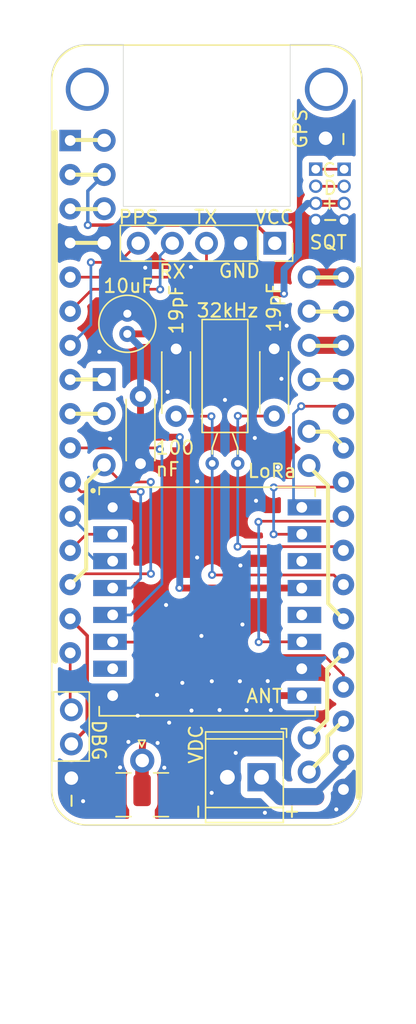
<source format=kicad_pcb>
(kicad_pcb (version 20240108) (generator "pcbnew") (generator_version "8.0")
  (layers (0 "F.Cu" signal) (31 "B.Cu" signal) (34 "B.Paste" user) (35 "F.Paste" user) (36 "B.SilkS" user "B.Silkscreen") (37 "F.SilkS" user "F.Silkscreen") (38 "B.Mask" user) (39 "F.Mask" user) (44 "Edge.Cuts" user))
  (net 0 "")
  (net 1 "GND")
  (net 2 "Net-(A1-D5)")
  (net 3 "Net-(A1-D6)")
  (net 4 "/GPS_RX")
  (net 5 "+3.3V")
  (net 6 "/GPS_PPS")
  (net 7 "/GPS_TX")
  (net 8 "/EN")
  (net 9 "VS")
  (net 10 "/RX")
  (net 11 "+BATT")
  (net 12 "/LORA_SCK")
  (net 13 "/LORA_MOSI")
  (net 14 "/QON")
  (net 15 "/SCL")
  (net 16 "/LORA_MISO")
  (net 17 "/LORA_DIO1")
  (net 18 "/LORA_CS")
  (net 19 "/SDA")
  (net 20 "/RST")
  (net 21 "/SCL1")
  (net 22 "/LORA_RST")
  (net 23 "VDC")
  (net 24 "/LORA_DIO3")
  (net 25 "Net-(AE1-A)")
  (net 26 "+3.3VP")
  (net 27 "/TXD0")
  (net 28 "/RXD0")
  (net 32 "/LORA_BUSY")
  (net 33 "/SDA1")
  (net 34 "/D11")
  (net 35 "/A4")
  (net 36 "/D7")
  (net 37 "/A3")
  (net 38 "/D13")
  (footprint "Crystal:Crystal_C38-LF_D3.0mm_L8.0mm_Horizontal" (layer "F.Cu") (at 133.43 100.66 180)
    (property "Reference" "Y1" (hide yes))
    (property "Value" "32.768 kHz" (hide yes))
    (property "Silkscreen" "32kHz" (at 0.76 11.37 0) (layer "F.SilkS"))
    (fp_line (start 2.65 10.7) (end 2.65 2.3) (stroke (width 0.12)) (layer "F.SilkS"))
    (fp_line (start 2.65 2.3) (end -0.75 2.3) (stroke (width 0.12)) (layer "F.SilkS"))
    (fp_line (start 1.9 1.15) (end 1.9 0.7) (stroke (width 0.12)) (layer "F.SilkS"))
    (fp_line (start 1.495 2.3) (end 1.9 1.15) (stroke (width 0.12)) (layer "F.SilkS"))
    (fp_line (start 0.405 2.3) (end 0 1.15) (stroke (width 0.12)) (layer "F.SilkS"))
    (fp_line (start 0 1.15) (end 0 0.7) (stroke (width 0.12)) (layer "F.SilkS"))
    (fp_line (start -0.75 10.7) (end 2.65 10.7) (stroke (width 0.12)) (layer "F.SilkS"))
    (fp_line (start -0.75 2.3) (end -0.75 10.7) (stroke (width 0.12)) (layer "F.SilkS"))
    (pad "1" thru_hole circle (at 0 0 180) (size 1 1) (drill 0.5) (layers "*.Cu" "*.Mask") (net 3 "Net-(A1-D6)"))
    (pad "2" thru_hole circle (at 1.9 0 180) (size 1 1) (drill 0.5) (layers "*.Cu" "*.Mask") (net 2 "Net-(A1-D5)"))
  )
  (footprint "Connector_PinHeader_2.54mm:PinHeader_1x02_P2.54mm_Vertical" (layer "F.Cu") (at 138.73 98.28)
    (property "Reference" "J5" (hide yes))
    (property "Value" "Conn_01x02" (hide yes))
    (pad "1" thru_hole circle (at 0 0) (size 1.7 1.7) (drill 1) (layers "*.Cu" "*.Mask") (net 34 "/D11"))
    (pad "2" thru_hole oval (at 0 2.54) (size 1.7 1.7) (drill 1) (layers "*.Cu" "*.Mask") (net 15 "/SCL"))
  )
  (footprint "Connector_PinHeader_2.54mm:PinHeader_1x02_P2.54mm_Vertical" (layer "F.Cu") (at 138.74 121.07)
    (property "Reference" "J4" (hide yes))
    (property "Value" "Conn_01x02" (hide yes))
    (pad "1" thru_hole circle (at 0 0) (size 1.7 1.7) (drill 1) (layers "*.Cu" "*.Mask") (net 19 "/SDA"))
    (pad "2" thru_hole oval (at 0 2.54) (size 1.7 1.7) (drill 1) (layers "*.Cu" "*.Mask") (net 36 "/D7"))
  )
  (footprint "Capacitor_THT:C_Disc_D4.3mm_W1.9mm_P5.00mm" (layer "F.Cu") (at 126.2 95.68 -90)
    (property "Reference" "C3" (hide yes))
    (property "Value" "100 nF" (hide yes))
    (property "Silkscreen" "100\nnF" (at 4.62 -1.04 0) (layer "F.SilkS") (effects (justify left)))
    (fp_line (start 0.23 1.07) (end 4.77 1.07) (stroke (width 0.12)) (layer "F.SilkS"))
    (fp_line (start 0.23 1.055) (end 0.23 1.07) (stroke (width 0.12)) (layer "F.SilkS"))
    (fp_line (start 4.77 1.055) (end 4.77 1.07) (stroke (width 0.12)) (layer "F.SilkS"))
    (fp_line (start 0.23 -1.07) (end 0.23 -1.055) (stroke (width 0.12)) (layer "F.SilkS"))
    (fp_line (start 0.23 -1.07) (end 4.77 -1.07) (stroke (width 0.12)) (layer "F.SilkS"))
    (fp_line (start 4.77 -1.07) (end 4.77 -1.055) (stroke (width 0.12)) (layer "F.SilkS"))
    (pad "1" thru_hole circle (at 0 0 270) (size 1.6 1.6) (drill 0.8) (layers "*.Cu" "*.Mask") (net 26 "+3.3VP"))
    (pad "2" thru_hole circle (at 5 0 270) (size 1.6 1.6) (drill 0.8) (layers "*.Cu" "*.Mask") (net 1 "GND"))
  )
  (footprint "Connector_PinHeader_2.54mm:PinHeader_1x03_P2.54mm_Vertical" (layer "F.Cu") (at 123.5 94.42)
    (property "Reference" "J8" (hide yes))
    (property "Value" "Conn_01x03" (hide yes))
    (pad "1" thru_hole rect (at 0 0) (size 1.7 1.7) (drill 1) (layers "*.Cu" "*.Mask") (net 37 "/A3"))
    (pad "2" thru_hole oval (at 0 2.54) (size 1.7 1.7) (drill 1) (layers "*.Cu" "*.Mask") (net 35 "/A4"))
    (pad "3" thru_hole oval (at 0 6.35) (size 1.7 1.7) (drill 1) (layers "*.Cu" "*.Mask") (net 10 "/RX"))
  )
  (footprint "Connector_PinHeader_2.54mm:PinHeader_1x04_P2.54mm_Vertical" (layer "F.Cu") (at 138.74 86.8)
    (property "Reference" "J6" (hide yes))
    (property "Value" "Conn_01x04" (hide yes))
    (pad "1" thru_hole circle (at 0 0) (size 1.7 1.7) (drill 1) (layers "*.Cu" "*.Mask") (net 11 "+BATT"))
    (pad "2" thru_hole oval (at 0 2.54) (size 1.7 1.7) (drill 1) (layers "*.Cu" "*.Mask") (net 8 "/EN"))
    (pad "3" thru_hole oval (at 0 5.08) (size 1.7 1.7) (drill 1) (layers "*.Cu" "*.Mask") (net 9 "VS"))
    (pad "4" thru_hole oval (at 0 7.62) (size 1.7 1.7) (drill 1) (layers "*.Cu" "*.Mask") (net 38 "/D13"))
  )
  (footprint "Capacitor_THT:C_Disc_D4.3mm_W1.9mm_P5.00mm" (layer "F.Cu") (at 136.14 97.14 90)
    (property "Reference" "C1" (hide yes))
    (property "Value" "19 pF" (hide yes))
    (property "Silkscreen" "19pF" (at 8.07 -0.02 90) (layer "F.SilkS"))
    (fp_line (start 4.77 -1.07) (end 4.77 -1.055) (stroke (width 0.12)) (layer "F.SilkS"))
    (fp_line (start 0.23 -1.07) (end 4.77 -1.07) (stroke (width 0.12)) (layer "F.SilkS"))
    (fp_line (start 0.23 -1.07) (end 0.23 -1.055) (stroke (width 0.12)) (layer "F.SilkS"))
    (fp_line (start 4.77 1.055) (end 4.77 1.07) (stroke (width 0.12)) (layer "F.SilkS"))
    (fp_line (start 0.23 1.055) (end 0.23 1.07) (stroke (width 0.12)) (layer "F.SilkS"))
    (fp_line (start 0.23 1.07) (end 4.77 1.07) (stroke (width 0.12)) (layer "F.SilkS"))
    (pad "1" thru_hole circle (at 0 0 90) (size 1.6 1.6) (drill 0.8) (layers "*.Cu" "*.Mask") (net 3 "Net-(A1-D6)"))
    (pad "2" thru_hole circle (at 5 0 90) (size 1.6 1.6) (drill 0.8) (layers "*.Cu" "*.Mask") (net 1 "GND"))
  )
  (footprint "PowerFeather_LoRa_GPS:Lora126x" (layer "F.Cu") (at 131.16 110.93)
    (property "Reference" "U2" (hide yes))
    (property "Value" "Lora126x" (hide yes))
    (property "Silkscreen" "LoRa" (at 4.83 -9.71 0) (layer "F.SilkS"))
    (fp_line (start -8.03125 -8.5) (end 8.03125 -8.5) (stroke (width 0.127)) (layer "F.SilkS"))
    (fp_line (start -8.03125 -7.955) (end -8.03125 -8.5) (stroke (width 0.127)) (layer "F.SilkS"))
    (fp_line (start -8.03125 8.5) (end -8.03125 7.82) (stroke (width 0.127)) (layer "F.SilkS"))
    (fp_line (start 8.03125 -8.5) (end 8.03125 -7.82) (stroke (width 0.127)) (layer "F.SilkS"))
    (fp_line (start 8.03125 8.5) (end -8.03125 8.5) (stroke (width 0.127)) (layer "F.SilkS"))
    (fp_line (start 8.03125 8.5) (end 8.03125 7.82) (stroke (width 0.127)) (layer "F.SilkS"))
    (fp_circle (center -8.49 -8.24) (end -8.39 -8.24) (stroke (width 0.2)) (fill none) (layer "F.SilkS"))
    (pad "1" thru_hole custom (at -7.03 -7) (size 2.5 1.2) (drill 0.75 (offset -0.2 0)) (layers "*.Cu" "*.Mask" "F.Paste") (net 1 "GND") (options (clearance outline) (anchor rect)) (primitives (gr_poly (pts (xy 1.4941 -0.635) (xy 1.4941 0.635) (xy -0.0417 0.635) (xy -0.0417 0.5) (xy -0.7679 0.5) (xy -0.7679 -0.5) (xy -0.0417 -0.5) (xy -0.0417 -0.635)) (width 0.01) (fill yes))))
    (pad "2" thru_hole rect (at -7.03 -5) (size 2.5 1.2) (drill 0.8 (offset -0.2 0)) (layers "*.Cu" "*.Mask" "F.Paste") (net 16 "/LORA_MISO"))
    (pad "3" thru_hole rect (at -7.03 -3) (size 2.5 1.2) (drill 0.8 (offset -0.2 0)) (layers "*.Cu" "*.Mask" "F.Paste") (net 13 "/LORA_MOSI"))
    (pad "4" thru_hole rect (at -7.03 -1) (size 2.5 1.2) (drill 0.8 (offset -0.2 0)) (layers "*.Cu" "*.Mask" "F.Paste") (net 12 "/LORA_SCK"))
    (pad "5" thru_hole rect (at -7.03 1) (size 2.5 1.2) (drill 0.8 (offset -0.2 0)) (layers "*.Cu" "*.Mask" "F.Paste") (net 18 "/LORA_CS"))
    (pad "6" thru_hole rect (at -7.03 3) (size 2.5 1.2) (drill 0.8 (offset -0.2 0)) (layers "*.Cu" "*.Mask" "F.Paste") (net 22 "/LORA_RST"))
    (pad "7" thru_hole rect (at -7.03 5) (size 2.5 1.2) (drill 0.8 (offset -0.2 0)) (layers "*.Cu" "*.Mask" "F.Paste"))
    (pad "8" thru_hole rect (at -7.03 7) (size 2.5 1.2) (drill 0.8 (offset -0.2 0)) (layers "*.Cu" "*.Mask" "F.Paste") (net 1 "GND"))
    (pad "9" thru_hole rect (at 7.03 7) (size 2.5 1.2) (drill 0.8 (offset 0.2 0)) (layers "*.Cu" "*.Mask" "F.Paste") (net 25 "Net-(AE1-A)"))
    (pad "10" thru_hole rect (at 7.03 5) (size 2.5 1.2) (drill 0.8 (offset 0.2 0)) (layers "*.Cu" "*.Mask" "F.Paste") (net 1 "GND"))
    (pad "11" thru_hole rect (at 7.03 3) (size 2.5 1.2) (drill 0.8 (offset 0.2 0)) (layers "*.Cu" "*.Mask" "F.Paste") (net 24 "/LORA_DIO3"))
    (pad "12" thru_hole rect (at 7.03 1) (size 2.5 1.2) (drill 0.8 (offset 0.2 0)) (layers "*.Cu" "*.Mask" "F.Paste"))
    (pad "13" thru_hole rect (at 7.03 -1) (size 2.5 1.2) (drill 0.8 (offset 0.2 0)) (layers "*.Cu" "*.Mask" "F.Paste") (net 26 "+3.3VP"))
    (pad "14" thru_hole rect (at 7.03 -3) (size 2.5 1.2) (drill 0.8 (offset 0.2 0)) (layers "*.Cu" "*.Mask" "F.Paste"))
    (pad "15" thru_hole rect (at 7.03 -5) (size 2.5 1.2) (drill 0.8 (offset 0.2 0)) (layers "*.Cu" "*.Mask" "F.Paste") (net 17 "/LORA_DIO1"))
    (pad "16" thru_hole rect (at 7.03 -7) (size 2.5 1.2) (drill 0.8 (offset 0.2 0)) (layers "*.Cu" "*.Mask" "F.Paste") (net 32 "/LORA_BUSY"))
  )
  (footprint "Capacitor_THT:C_Radial_D4.0mm_H5.0mm_P1.50mm" (layer "F.Cu") (at 125.22 91.03 90)
    (property "Reference" "C4" (hide yes))
    (property "Value" "10 uF" (hide yes))
    (property "Silkscreen" "10uF" (at 3.57 0.06 0) (layer "F.SilkS"))
    (fp_circle (center 0.75 0) (end 2.87 0) (stroke (width 0.12)) (fill none) (layer "F.SilkS"))
    (pad "1" thru_hole circle (at 0 0 90) (size 1.2 1.2) (drill 0.6) (layers "*.Cu" "*.Mask") (net 26 "+3.3VP"))
    (pad "2" thru_hole circle (at 1.5 0 90) (size 1.2 1.2) (drill 0.6) (layers "*.Cu" "*.Mask") (net 1 "GND"))
  )
  (footprint "PowerFeather_LoRa_GPS:SMA_Edge" (layer "F.Cu") (at 126.33 125.3875 -90)
    (property "Reference" "AE1" (hide yes))
    (property "Value" "Antenna" (hide yes))
    (fp_line (start -1.71 1.95) (end -1.71 0.84) (stroke (width 0.12)) (layer "F.SilkS"))
    (fp_line (start 1.54 1.95) (end 1.54 0.84) (stroke (width 0.12)) (layer "F.SilkS"))
    (fp_line (start -4.14 0.285) (end -3.64 0.035) (stroke (width 0.12)) (layer "F.SilkS"))
    (fp_line (start -3.64 0.035) (end -4.14 -0.215) (stroke (width 0.12)) (layer "F.SilkS"))
    (fp_line (start -4.14 -0.215) (end -4.14 0.285) (stroke (width 0.12)) (layer "F.SilkS"))
    (fp_line (start -1.71 -0.84) (end -1.71 -1.95) (stroke (width 0.12)) (layer "F.SilkS"))
    (fp_line (start 1.54 -0.84) (end 1.54 -1.95) (stroke (width 0.12)) (layer "F.SilkS"))
    (pad "1" thru_hole circle (at -2.63 0 270) (size 1.8 1.8) (drill 1) (layers "*.Cu" "*.Mask") (net 25 "Net-(AE1-A)"))
    (pad "1" smd rect (at -1.4 0.02 180) (size 1 1) (layers "F.Cu" "F.Paste" "F.Mask") (net 25 "Net-(AE1-A)"))
    (pad "1" smd roundrect (at -0.42 0.0125) (size 1.295 2.36) (layers "F.Cu" "F.Mask") (roundrect_rratio 0.1968503937) (net 25 "Net-(AE1-A)"))
    (pad "2" smd roundrect (at -0.25 -2.825) (size 1.35 3.7) (layers "F.Cu" "F.Mask") (roundrect_rratio 0.1851851852) (net 1 "GND"))
    (pad "2" smd roundrect (at -0.25 -2.825) (size 1.35 3.7) (layers "B.Cu" "B.Mask") (roundrect_rratio 0.1851851852) (net 1 "GND"))
    (pad "2" smd roundrect (at -0.25 2.825) (size 1.35 3.7) (layers "F.Cu" "F.Mask") (roundrect_rratio 0.1851851852) (net 1 "GND"))
    (pad "2" smd roundrect (at -0.25 2.825) (size 1.35 3.7) (layers "B.Cu" "B.Mask") (roundrect_rratio 0.1851851852) (net 1 "GND"))
    (pad "2" smd rect (at 0.1 -1.89 180) (size 1.44 2.2) (layers "F.Cu" "F.Paste" "F.Mask") (net 1 "GND"))
    (pad "2" smd rect (at 0.1 1.87 180) (size 1.36 2.2) (layers "F.Cu" "F.Paste" "F.Mask") (net 1 "GND"))
    (zone (net 0) (net_name "") (layer "F.Cu") (connect_pads (clearance 0)) (min_thickness 0.25)
      (keepout (tracks not_allowed) (vias not_allowed) (pads not_allowed) (copperpour not_allowed) (footprints allowed))
      (fill (thermal_gap 0.5) (thermal_bridge_width 0.5))
      (polygon (pts (xy 127.26 126.2375) (xy 125.36 126.2375) (xy 125.36 127.5475) (xy 127.26 127.5575)))
    )
  )
  (footprint "Capacitor_THT:C_Disc_D4.3mm_W1.9mm_P5.00mm" (layer "F.Cu") (at 128.85 97.15 90)
    (property "Reference" "C2" (hide yes))
    (property "Value" "19 pF" (hide yes))
    (property "Silkscreen" "19pF" (at 7.93 0.01 90) (layer "F.SilkS"))
    (fp_line (start 4.77 -1.07) (end 4.77 -1.055) (stroke (width 0.12)) (layer "F.SilkS"))
    (fp_line (start 0.23 -1.07) (end 4.77 -1.07) (stroke (width 0.12)) (layer "F.SilkS"))
    (fp_line (start 0.23 -1.07) (end 0.23 -1.055) (stroke (width 0.12)) (layer "F.SilkS"))
    (fp_line (start 4.77 1.055) (end 4.77 1.07) (stroke (width 0.12)) (layer "F.SilkS"))
    (fp_line (start 0.23 1.055) (end 0.23 1.07) (stroke (width 0.12)) (layer "F.SilkS"))
    (fp_line (start 0.23 1.07) (end 4.77 1.07) (stroke (width 0.12)) (layer "F.SilkS"))
    (pad "1" thru_hole circle (at 0 0 90) (size 1.6 1.6) (drill 0.8) (layers "*.Cu" "*.Mask") (net 2 "Net-(A1-D5)"))
    (pad "2" thru_hole circle (at 5 0 90) (size 1.6 1.6) (drill 0.8) (layers "*.Cu" "*.Mask") (net 1 "GND"))
  )
  (footprint "Connector_PinHeader_1.27mm:PinHeader_1x04_P1.27mm_Vertical" (layer "F.Cu") (at 141.34 78.785)
    (property "Reference" "J7" (hide yes))
    (property "Value" "Conn_01x04" (hide yes))
    (property "Silkscreen" "SQT" (at 0.3 5.44 0) (layer "F.SilkS") (effects (justify right)))
    (property "A" "+" (at -1.01 2.55 -90) (layer "F.SilkS"))
    (property "B" "-" (at -1.03 3.7 0) (layer "F.SilkS"))
    (property "C" "C" (at -1.12 0.08 0) (layer "F.SilkS"))
    (property "D" "D" (at -1.03 1.39 0) (layer "F.SilkS"))
    (pad "1" thru_hole rect (at 0 0) (size 1 1) (drill 0.65) (layers "*.Cu" "*.Mask") (net 21 "/SCL1"))
    (pad "2" thru_hole oval (at 0 1.27) (size 1 1) (drill 0.65) (layers "*.Cu" "*.Mask") (net 33 "/SDA1"))
    (pad "3" thru_hole oval (at 0 2.54) (size 1 1) (drill 0.65) (layers "*.Cu" "*.Mask") (net 26 "+3.3VP"))
    (pad "4" thru_hole oval (at 0 3.81) (size 1 1) (drill 0.65) (layers "*.Cu" "*.Mask") (net 1 "GND"))
  )
  (footprint "Connector_PinHeader_2.54mm:PinHeader_1x01_P2.54mm_Vertical" (layer "F.Cu") (at 139.96 76.48)
    (property "Reference" "J10" (hide yes))
    (property "Value" "Conn_01x01" (hide yes))
    (pad "1" thru_hole circle (at 0 0) (size 1.7 1.7) (drill 1) (layers "*.Cu" "*.Mask") (net 1 "GND"))
  )
  (footprint "Connector_PinHeader_1.27mm:PinHeader_1x04_P1.27mm_Vertical" (layer "F.Cu") (at 139.23 78.78)
    (property "Reference" "J3" (hide yes))
    (property "Value" "Conn_01x04" (hide yes))
    (pad "1" thru_hole rect (at 0 0) (size 1 1) (drill 0.65) (layers "*.Cu" "*.Mask") (net 21 "/SCL1"))
    (pad "2" thru_hole oval (at 0 1.27) (size 1 1) (drill 0.65) (layers "*.Cu" "*.Mask") (net 33 "/SDA1"))
    (pad "3" thru_hole oval (at 0 2.54) (size 1 1) (drill 0.65) (layers "*.Cu" "*.Mask") (net 26 "+3.3VP"))
    (pad "4" thru_hole oval (at 0 3.81) (size 1 1) (drill 0.65) (layers "*.Cu" "*.Mask") (net 1 "GND"))
  )
  (footprint "Connector_PinHeader_2.54mm:PinHeader_1x04_P2.54mm_Vertical" (layer "F.Cu") (at 123.5 76.64)
    (property "Reference" "J11" (hide yes))
    (property "Value" "Conn_01x04" (hide yes))
    (pad "1" thru_hole circle (at 0 0) (size 1.7 1.7) (drill 1) (layers "*.Cu" "*.Mask") (net 20 "/RST"))
    (pad "2" thru_hole oval (at 0 2.54) (size 1.7 1.7) (drill 1) (layers "*.Cu" "*.Mask") (net 5 "+3.3V"))
    (pad "3" thru_hole oval (at 0 5.08) (size 1.7 1.7) (drill 1) (layers "*.Cu" "*.Mask") (net 14 "/QON"))
    (pad "4" thru_hole oval (at 0 7.62) (size 1.7 1.7) (drill 1) (layers "*.Cu" "*.Mask") (net 1 "GND"))
  )
  (footprint "TerminalBlock_TE-Connectivity:TerminalBlock_TE_282834-2_1x02_P2.54mm_Horizontal" (layer "F.Cu") (at 135.2 124 180)
    (property "Reference" "J2" (hide yes))
    (property "Value" "Conn_01x02" (hide yes))
    (property "Silkscreen" "VDC" (at 4.87 2.45 90) (layer "F.SilkS"))
    (property "Sign1" "+" (at -2.26 -2.49 0) (layer "F.SilkS"))
    (property "Sign2" "-" (at 4.78 -2.56 90) (layer "F.SilkS"))
    (fp_line (start 4.16 -3.37) (end 4.16 3.37) (stroke (width 0.12)) (layer "F.SilkS"))
    (fp_line (start -1.62 3.37) (end 4.16 3.37) (stroke (width 0.12)) (layer "F.SilkS"))
    (fp_line (start -1.62 2.85) (end 4.16 2.85) (stroke (width 0.12)) (layer "F.SilkS"))
    (fp_line (start -1.62 -2.25) (end 4.16 -2.25) (stroke (width 0.12)) (layer "F.SilkS"))
    (fp_line (start -1.62 -3.37) (end 4.16 -3.37) (stroke (width 0.12)) (layer "F.SilkS"))
    (fp_line (start -1.62 -3.37) (end -1.62 3.37) (stroke (width 0.12)) (layer "F.SilkS"))
    (fp_line (start -1.86 3.61) (end -1.46 3.61) (stroke (width 0.12)) (layer "F.SilkS"))
    (fp_line (start -1.86 2.97) (end -1.86 3.61) (stroke (width 0.12)) (layer "F.SilkS"))
    (pad "1" thru_hole rect (at 0 0 180) (size 2.1 2.1) (drill 1.1) (layers "*.Cu" "*.Mask") (net 23 "VDC"))
    (pad "2" thru_hole circle (at 2.54 0 180) (size 2.1 2.1) (drill 1.1) (layers "*.Cu" "*.Mask") (net 1 "GND"))
  )
  (footprint "Connector_PinHeader_2.54mm:PinHeader_1x03_P2.54mm_Vertical" (layer "F.Cu") (at 121.06 124.065 180)
    (property "Reference" "J9" (hide yes))
    (property "Value" "Conn_01x03" (hide yes))
    (fp_line (start 1.33 1.27) (end 1.33 6.41) (stroke (width 0.12)) (layer "F.SilkS"))
    (fp_line (start -1.33 6.41) (end 1.33 6.41) (stroke (width 0.12)) (layer "F.SilkS"))
    (fp_line (start -1.33 1.27) (end 1.33 1.27) (stroke (width 0.12)) (layer "F.SilkS"))
    (fp_line (start -1.33 1.27) (end -1.33 6.41) (stroke (width 0.12)) (layer "F.SilkS"))
    (pad "1" thru_hole rect (at 0 0 180) (size 1.7 1.7) (drill 1) (layers "*.Cu" "*.Mask") (net 1 "GND"))
    (pad "2" thru_hole oval (at 0 2.54 180) (size 1.7 1.7) (drill 1) (layers "*.Cu" "*.Mask") (net 28 "/RXD0"))
    (pad "3" thru_hole oval (at 0 5.08 180) (size 1.7 1.7) (drill 1) (layers "*.Cu" "*.Mask") (net 27 "/TXD0"))
  )
  (footprint "PowerFeather_KiCAD_Lib:PowerFeather_Mainboard" (layer "F.Cu") (at 120.97 76.65)
    (property "Reference" "A1" (hide yes))
    (property "Value" "PowerFeather_Wing1")
    (fp_line (start -1.38 -4.445) (end -1.38 48.260002) (stroke (width 0.12)) (layer "F.SilkS"))
    (fp_line (start 19.05 -7.095) (end 1.27 -7.095) (stroke (width 0.12)) (layer "F.SilkS"))
    (fp_line (start 19.05 50.910002) (end 1.27 50.910002) (stroke (width 0.12)) (layer "F.SilkS"))
    (fp_line (start 21.7 -4.445) (end 21.7 48.260002) (stroke (width 0.12)) (layer "F.SilkS"))
    (fp_arc (start -1.38 -4.445) (mid -0.603832 -6.318832) (end 1.27 -7.095) (stroke (width 0.12)) (layer "F.SilkS"))
    (fp_arc (start 1.27 50.910002) (mid -0.603834 50.133836) (end -1.38 48.260002) (stroke (width 0.12)) (layer "F.SilkS"))
    (fp_arc (start 19.05 -7.095) (mid 20.923833 -6.318833) (end 21.7 -4.445) (stroke (width 0.12)) (layer "F.SilkS"))
    (fp_arc (start 19.05 -7.095) (mid 20.923833 -6.318833) (end 21.7 -4.445) (stroke (width 0.12)) (layer "F.SilkS"))
    (fp_arc (start 21.7 48.260002) (mid 20.923832 50.133834) (end 19.05 50.910002) (stroke (width 0.12)) (layer "F.SilkS"))
    (pad "" np_thru_hole circle (at 1.27 -3.81 270) (size 3.2 3.2) (drill 2.5) (layers "*.Cu" "*.Mask"))
    (pad "" np_thru_hole circle (at 19.05 -3.81 270) (size 3.2 3.2) (drill 2.5) (layers "*.Cu" "*.Mask"))
    (pad "1" thru_hole rect (at 0 0 180) (size 1.6 1.6) (drill 0.8) (layers "*.Cu" "*.Mask") (net 20 "/RST"))
    (pad "2" thru_hole circle (at 0 2.54 180) (size 1.6 1.6) (drill 0.8) (layers "*.Cu" "*.Mask") (net 5 "+3.3V"))
    (pad "3" thru_hole circle (at 0 5.08 180) (size 1.6 1.6) (drill 0.8) (layers "*.Cu" "*.Mask") (net 14 "/QON"))
    (pad "4" thru_hole circle (at 0 7.62 180) (size 1.6 1.6) (drill 0.8) (layers "*.Cu" "*.Mask") (net 1 "GND"))
    (pad "5" thru_hole circle (at 0 10.16 180) (size 1.6 1.6) (drill 0.8) (layers "*.Cu" "*.Mask") (net 7 "/GPS_TX"))
    (pad "6" thru_hole circle (at 0 12.7 180) (size 1.6 1.6) (drill 0.8) (layers "*.Cu" "*.Mask") (net 4 "/GPS_RX"))
    (pad "7" thru_hole circle (at 0 15.24 180) (size 1.6 1.6) (drill 0.8) (layers "*.Cu" "*.Mask") (net 6 "/GPS_PPS"))
    (pad "8" thru_hole circle (at 0 17.78 180) (size 1.6 1.6) (drill 0.8) (layers "*.Cu" "*.Mask") (net 37 "/A3"))
    (pad "9" thru_hole circle (at 0 20.32 180) (size 1.6 1.6) (drill 0.8) (layers "*.Cu" "*.Mask") (net 35 "/A4"))
    (pad "10" thru_hole circle (at 0 22.86 180) (size 1.6 1.6) (drill 0.8) (layers "*.Cu" "*.Mask") (net 18 "/LORA_CS"))
    (pad "11" thru_hole circle (at 0 25.4 180) (size 1.6 1.6) (drill 0.8) (layers "*.Cu" "*.Mask") (net 12 "/LORA_SCK"))
    (pad "12" thru_hole circle (at 0 27.94 180) (size 1.6 1.6) (drill 0.8) (layers "*.Cu" "*.Mask") (net 13 "/LORA_MOSI"))
    (pad "13" thru_hole circle (at 0 30.48 180) (size 1.6 1.6) (drill 0.8) (layers "*.Cu" "*.Mask") (net 16 "/LORA_MISO"))
    (pad "14" thru_hole circle (at 0 33.02 180) (size 1.6 1.6) (drill 0.8) (layers "*.Cu" "*.Mask") (net 10 "/RX"))
    (pad "15" thru_hole circle (at 0 35.56 180) (size 1.6 1.6) (drill 0.8) (layers "*.Cu" "*.Mask") (net 28 "/RXD0"))
    (pad "16" thru_hole circle (at 0 38.1 180) (size 1.6 1.6) (drill 0.8) (layers "*.Cu" "*.Mask") (net 27 "/TXD0"))
    (pad "17" thru_hole circle (at 20.32 38.1 180) (size 1.6 1.6) (drill 0.8) (layers "*.Cu" "*.Mask") (net 19 "/SDA"))
    (pad "18" thru_hole circle (at 20.32 35.56 180) (size 1.6 1.6) (drill 0.8) (layers "*.Cu" "*.Mask") (net 15 "/SCL"))
    (pad "19" thru_hole circle (at 20.32 33.02 180) (size 1.6 1.6) (drill 0.8) (layers "*.Cu" "*.Mask") (net 2 "Net-(A1-D5)"))
    (pad "20" thru_hole circle (at 20.32 30.48 180) (size 1.6 1.6) (drill 0.8) (layers "*.Cu" "*.Mask") (net 3 "Net-(A1-D6)"))
    (pad "21" thru_hole circle (at 20.32 27.94 180) (size 1.6 1.6) (drill 0.8) (layers "*.Cu" "*.Mask") (net 24 "/LORA_DIO3"))
    (pad "22" thru_hole circle (at 20.32 25.4 180) (size 1.6 1.6) (drill 0.8) (layers "*.Cu" "*.Mask") (net 17 "/LORA_DIO1"))
    (pad "23" thru_hole circle (at 20.32 22.86 180) (size 1.6 1.6) (drill 0.8) (layers "*.Cu" "*.Mask") (net 34 "/D11"))
    (pad "24" thru_hole circle (at 20.32 20.32 180) (size 1.6 1.6) (drill 0.8) (layers "*.Cu" "*.Mask") (net 32 "/LORA_BUSY"))
    (pad "25" thru_hole circle (at 20.32 17.78 180) (size 1.6 1.6) (drill 0.8) (layers "*.Cu" "*.Mask") (net 38 "/D13"))
    (pad "26" thru_hole circle (at 20.32 15.24 180) (size 1.6 1.6) (drill 0.8) (layers "*.Cu" "*.Mask") (net 9 "VS"))
    (pad "27" thru_hole circle (at 20.32 12.7 180) (size 1.6 1.6) (drill 0.8) (layers "*.Cu" "*.Mask") (net 8 "/EN"))
    (pad "28" thru_hole circle (at 20.32 10.16 180) (size 1.6 1.6) (drill 0.8) (layers "*.Cu" "*.Mask") (net 11 "+BATT"))
    (pad "29" thru_hole circle (at 20.32 48.26 180) (size 1.6 1.6) (drill 0.8) (layers "*.Cu" "*.Mask") (net 1 "GND"))
    (pad "30" thru_hole circle (at 20.32 45.72 180) (size 1.6 1.6) (drill 0.8) (layers "*.Cu" "*.Mask") (net 23 "VDC"))
    (pad "31" thru_hole circle (at 20.32 43.18 180) (size 1.6 1.6) (drill 0.8) (layers "*.Cu" "*.Mask") (net 36 "/D7"))
    (pad "32" thru_hole circle (at 20.32 40.64 180) (size 1.6 1.6) (drill 0.8) (layers "*.Cu" "*.Mask") (net 22 "/LORA_RST"))
  )
  (footprint "Connector_PinHeader_2.54mm:PinHeader_1x05_P2.54mm_Vertical" (layer "B.Cu") (at 136.187 84.29 90)
    (property "Reference" "J1" (hide yes))
    (property "Value" "Conn_01x05" (hide yes))
    (property "Text" "GPS" (at 8.52 1.903 90) (layer "F.SilkS"))
    (property "A" "VCC" (at 1.94 -0.037 0) (layer "F.SilkS"))
    (property "B" "GND" (at -2.06 -2.637 0) (layer "F.SilkS"))
    (property "C" "TX" (at 1.95 -5.137 0) (layer "F.SilkS"))
    (property "D" "RX" (at -2.11 -7.617 0) (layer "F.SilkS"))
    (property "E" "PPS" (at 1.94 -10.137 0) (layer "F.SilkS"))
    (fp_line (start 1.33 -11.49) (end -1.33 -11.49) (stroke (width 0.12)) (layer "F.SilkS"))
    (fp_line (start 1.33 -11.49) (end 1.33 -1.27) (stroke (width 0.12)) (layer "F.SilkS"))
    (fp_line (start -1.33 -11.49) (end -1.33 -1.27) (stroke (width 0.12)) (layer "F.SilkS"))
    (fp_line (start 1.33 -1.27) (end -1.33 -1.27) (stroke (width 0.12)) (layer "F.SilkS"))
    (fp_line (start 0 1.33) (end -1.33 1.33) (stroke (width 0.12)) (layer "F.SilkS"))
    (fp_line (start -1.33 1.33) (end -1.33 0) (stroke (width 0.12)) (layer "F.SilkS"))
    (pad "1" thru_hole rect (at 0 0 90) (size 1.7 1.7) (drill 1) (layers "*.Cu" "*.Mask") (net 5 "+3.3V"))
    (pad "2" thru_hole oval (at 0 -2.54 90) (size 1.7 1.7) (drill 1) (layers "*.Cu" "*.Mask") (net 1 "GND"))
    (pad "3" thru_hole oval (at 0 -5.08 90) (size 1.7 1.7) (drill 1) (layers "*.Cu" "*.Mask") (net 7 "/GPS_TX"))
    (pad "4" thru_hole oval (at 0 -7.62 90) (size 1.7 1.7) (drill 1) (layers "*.Cu" "*.Mask") (net 4 "/GPS_RX"))
    (pad "5" thru_hole oval (at 0 -10.16 90) (size 1.7 1.7) (drill 1) (layers "*.Cu" "*.Mask") (net 6 "/GPS_PPS"))
  )
  (gr_line (start 138.72 86.83) (end 141.18 86.83) (stroke (width 0.3)) (layer "F.SilkS"))
  (gr_line (start 122.16 102.12) (end 123.49 100.76) (stroke (width 0.3)) (layer "F.SilkS"))
  (gr_line (start 119.85 76.03) (end 119.85 115.37) (stroke (width 0.4)) (layer "F.SilkS"))
  (gr_line (start 138.76 100.92) (end 140.14 102.31) (stroke (width 0.3)) (layer "F.SilkS"))
  (gr_line (start 138.77 94.45) (end 141.23 94.45) (stroke (width 0.3)) (layer "F.SilkS"))
  (gr_line (start 138.78 91.92) (end 141.24 91.92) (stroke (width 0.3)) (layer "F.SilkS"))
  (gr_line (start 140.22 98.3) (end 141.06 99.14) (stroke (width 0.3)) (layer "F.SilkS"))
  (gr_line (start 142.41 86.2) (end 142.42 125.48) (stroke (width 0.4)) (layer "F.SilkS"))
  (gr_line (start 120.98 94.42) (end 123.44 94.42) (stroke (width 0.3)) (layer "F.SilkS"))
  (gr_line (start 138.8 98.3) (end 140.22 98.3) (stroke (width 0.3)) (layer "F.SilkS"))
  (gr_line (start 140.12 122.17) (end 138.98 123.35) (stroke (width 0.3)) (layer "F.SilkS"))
  (gr_line (start 122.16 108.53) (end 122.16 102.12) (stroke (width 0.3)) (layer "F.SilkS"))
  (gr_line (start 140.08 115.98) (end 140.08 119.74) (stroke (width 0.3)) (layer "F.SilkS"))
  (gr_line (start 140.14 102.31) (end 140.16 111.08) (stroke (width 0.3)) (layer "F.SilkS"))
  (gr_line (start 141.22 114.845) (end 140.08 115.975) (stroke (width 0.3)) (layer "F.SilkS"))
  (gr_line (start 121 96.97) (end 123.46 96.97) (stroke (width 0.3)) (layer "F.SilkS"))
  (gr_line (start 120.98 84.26) (end 123.44 84.26) (stroke (width 0.3)) (layer "F.SilkS"))
  (gr_line (start 138.81 89.37) (end 141.27 89.37) (stroke (width 0.3)) (layer "F.SilkS"))
  (gr_line (start 121.04 109.64) (end 122.16 108.53) (stroke (width 0.3)) (layer "F.SilkS"))
  (gr_line (start 141.23 119.82) (end 140.11 120.96) (stroke (width 0.3)) (layer "F.SilkS"))
  (gr_line (start 140.08 119.74) (end 138.96 120.88) (stroke (width 0.3)) (layer "F.SilkS"))
  (gr_line (start 140.16 111.08) (end 141.1 112.06) (stroke (width 0.3)) (layer "F.SilkS"))
  (gr_line (start 121.08 79.19) (end 123.54 79.19) (stroke (width 0.3)) (layer "F.SilkS"))
  (gr_line (start 121.01 76.61) (end 123.47 76.61) (stroke (width 0.3)) (layer "F.SilkS"))
  (gr_line (start 121.08 81.75) (end 123.54 81.75) (stroke (width 0.3)) (layer "F.SilkS"))
  (gr_line (start 140.11 120.96) (end 140.11 122.15) (stroke (width 0.3)) (layer "F.SilkS"))
  (gr_line (start 119.55 72.1) (end 119.55 124.99) (stroke (width 0.05)) (layer "Edge.Cuts"))
  (gr_arc (start 142.7 124.99) (mid 141.938478 126.828478) (end 140.1 127.59) (stroke (width 0.05)) (layer "Edge.Cuts"))
  (gr_line (start 140.1 69.5) (end 137.33 69.5) (stroke (width 0.05)) (layer "Edge.Cuts"))
  (gr_arc (start 119.55 72.1) (mid 120.311522 70.261522) (end 122.15 69.5) (stroke (width 0.05)) (layer "Edge.Cuts"))
  (gr_line (start 124.92 69.5) (end 122.15 69.5) (stroke (width 0.05)) (layer "Edge.Cuts"))
  (gr_line (start 122.15 127.59) (end 140.1 127.59) (stroke (width 0.05)) (layer "Edge.Cuts"))
  (gr_arc (start 140.1 69.5) (mid 141.938478 70.261522) (end 142.7 72.1) (stroke (width 0.05)) (layer "Edge.Cuts"))
  (gr_line (start 137.33 69.5) (end 137.33 81.55) (stroke (width 0.05)) (layer "Edge.Cuts"))
  (gr_line (start 124.92 81.55) (end 124.92 69.5) (stroke (width 0.05)) (layer "Edge.Cuts"))
  (gr_arc (start 122.15 127.59) (mid 120.311522 126.828478) (end 119.55 124.99) (stroke (width 0.05)) (layer "Edge.Cuts"))
  (gr_line (start 142.7 124.99) (end 142.7 72.1) (stroke (width 0.05)) (layer "Edge.Cuts"))
  (gr_line (start 137.33 81.55) (end 124.92 81.55) (stroke (width 0.05)) (layer "Edge.Cuts"))
  (gr_text "DBG" (at 122.51 119.64 270) (layer "F.SilkS") (effects (font (size 1 1)) (justify left bottom)))
  (gr_text "-" (at 140.78 75.82 270) (layer "F.SilkS") (effects (font (size 1 1)) (justify left bottom)))
  (gr_text "ANT" (at 133.98 118.55 0) (layer "F.SilkS") (effects (font (size 1 1)) (justify left bottom)))
  (gr_text "-" (at 120.56 125.03 -90) (layer "F.SilkS") (effects (font (size 1 1)) (justify left bottom)))
  (segment (start 141.085 82.595) (end 141.09 82.6) (width 0.2) (layer "F.Cu") (net 1))
  (segment (start 138.98 82.595) (end 141.085 82.595) (width 0.2) (layer "F.Cu") (net 1))
  (via (at 129.99 119.04) (size 0.6) (drill 0.3) (layers "F.Cu" "B.Cu") (net 1))
  (via (at 130.73 113.49) (size 0.6) (drill 0.3) (layers "F.Cu" "B.Cu") (net 1))
  (via (at 136.42 100.94) (size 0.6) (drill 0.3) (layers "F.Cu" "B.Cu") (net 1))
  (via (at 136.68 94.37) (size 0.6) (drill 0.3) (layers "F.Cu" "B.Cu") (net 1))
  (via (at 132.48 95.94) (size 0.6) (drill 0.3) (layers "F.Cu" "B.Cu") (net 1))
  (via (at 134.08 119.01) (size 0.6) (drill 0.3) (layers "F.Cu" "B.Cu") (net 1))
  (via (at 140.76 126.39) (size 0.6) (drill 0.3) (layers "F.Cu" "B.Cu") (net 1))
  (via (at 121.93 125.78) (size 0.6) (drill 0.3) (layers "F.Cu" "B.Cu") (net 1))
  (via (at 129.31 116.98) (size 0.6) (drill 0.3) (layers "F.Cu" "B.Cu") (net 1))
  (via (at 128.33 119.94) (size 0.6) (drill 0.3) (layers "F.Cu" "B.Cu") (net 1))
  (via (at 128.22 95.34) (size 0.6) (drill 0.3) (layers "F.Cu" "B.Cu") (net 1))
  (via (at 123.93 98.82) (size 0.6) (drill 0.3) (layers "F.Cu" "B.Cu") (net 1))
  (via (at 133.28 122.19) (size 0.6) (drill 0.3) (layers "F.Cu" "B.Cu") (net 1))
  (via (at 130.41 107.66) (size 0.6) (drill 0.3) (layers "F.Cu" "B.Cu") (net 1))
  (via (at 123.14 92.36) (size 0.6) (drill 0.3) (layers "F.Cu" "B.Cu") (net 1))
  (via (at 131.5 116.86) (size 0.6) (drill 0.3) (layers "F.Cu" "B.Cu") (net 1))
  (via (at 134.79 103.44) (size 0.6) (drill 0.3) (layers "F.Cu" "B.Cu") (net 1))
  (via (at 128.1 111.19) (size 0.6) (drill 0.3) (layers "F.Cu" "B.Cu") (net 1))
  (via (at 135.89 119.01) (size 0.6) (drill 0.3) (layers "F.Cu" "B.Cu") (net 1))
  (via (at 133.59 116.86) (size 0.6) (drill 0.3) (layers "F.Cu" "B.Cu") (net 1))
  (via (at 127.43 117.88) (size 0.6) (drill 0.3) (layers "F.Cu" "B.Cu") (net 1))
  (via (at 135.66 116.85) (size 0.6) (drill 0.3) (layers "F.Cu" "B.Cu") (net 1))
  (via (at 127.97 123.29) (size 0.6) (drill 0.3) (layers "F.Cu" "B.Cu") (net 1))
  (via (at 125.99 119.42) (size 0.6) (drill 0.3) (layers "F.Cu" "B.Cu") (net 1))
  (via (at 131.49 125.16) (size 0.6) (drill 0.3) (layers "F.Cu" "B.Cu") (net 1))
  (via (at 126.55 86.11) (size 0.6) (drill 0.3) (layers "F.Cu" "B.Cu") (net 1))
  (via (at 132.08 119) (size 0.6) (drill 0.3) (layers "F.Cu" "B.Cu") (net 1))
  (via (at 137.07 90.42) (size 0.6) (drill 0.3) (layers "F.Cu" "B.Cu") (net 1))
  (via (at 124.68 123.27) (size 0.6) (drill 0.3) (layers "F.Cu" "B.Cu") (net 1))
  (via (at 135.45 126.64) (size 0.6) (drill 0.3) (layers "F.Cu" "B.Cu") (net 1))
  (via (at 125.3 121.37) (size 0.6) (drill 0.3) (layers "F.Cu" "B.Cu") (net 1))
  (via (at 127.47 121.45) (size 0.6) (drill 0.3) (layers "F.Cu" "B.Cu") (net 1))
  (via (at 129.95 86.05) (size 0.6) (drill 0.3) (layers "F.Cu" "B.Cu") (net 1))
  (via (at 133.63 108.25) (size 0.6) (drill 0.3) (layers "F.Cu" "B.Cu") (net 1))
  (via (at 134.7 98.77) (size 0.6) (drill 0.3) (layers "F.Cu" "B.Cu") (net 1))
  (via (at 133.78 112.64) (size 0.6) (drill 0.3) (layers "F.Cu" "B.Cu") (net 1))
  (via (at 130.41 102) (size 0.6) (drill 0.3) (layers "F.Cu" "B.Cu") (net 1))
  (segment (start 131.46 97.15) (end 128.85 97.15) (width 0.2) (layer "F.Cu") (net 2))
  (segment (start 138.12 108.96) (end 131.53 108.96) (width 0.2) (layer "F.Cu") (net 2))
  (segment (start 140.58 108.96) (end 138.12 108.96) (width 0.2) (layer "F.Cu") (net 2))
  (segment (start 141.29 109.67) (end 140.58 108.96) (width 0.2) (layer "F.Cu") (net 2))
  (segment (start 131.47 97.16) (end 131.46 97.15) (width 0.2) (layer "F.Cu") (net 2))
  (segment (start 131.53 108.96) (end 131.52 108.95) (width 0.2) (layer "F.Cu") (net 2))
  (via (at 131.52 108.95) (size 0.6) (drill 0.3) (layers "F.Cu" "B.Cu") (net 2))
  (via (at 131.47 97.16) (size 0.6) (drill 0.3) (layers "F.Cu" "B.Cu") (net 2))
  (segment (start 131.53 97.22) (end 131.47 97.16) (width 0.2) (layer "B.Cu") (net 2))
  (segment (start 131.53 100.66) (end 131.53 97.22) (width 0.2) (layer "B.Cu") (net 2))
  (segment (start 131.52 108.95) (end 131.53 108.94) (width 0.2) (layer "B.Cu") (net 2))
  (segment (start 131.53 108.94) (end 131.53 100.66) (width 0.2) (layer "B.Cu") (net 2))
  (segment (start 133.42 106.85) (end 133.42 106.73) (width 0.2) (layer "F.Cu") (net 3))
  (segment (start 141.01 106.85) (end 133.42 106.85) (width 0.2) (layer "F.Cu") (net 3))
  (segment (start 141.29 107.13) (end 141.01 106.85) (width 0.2) (layer "F.Cu") (net 3))
  (segment (start 133.42 106.73) (end 133.43 106.72) (width 0.2) (layer "F.Cu") (net 3))
  (segment (start 133.44 97.13) (end 133.45 97.14) (width 0.2) (layer "F.Cu") (net 3))
  (segment (start 133.45 97.14) (end 136.14 97.14) (width 0.2) (layer "F.Cu") (net 3))
  (via (at 133.42 106.85) (size 0.6) (drill 0.3) (layers "F.Cu" "B.Cu") (net 3))
  (via (at 133.44 97.13) (size 0.6) (drill 0.3) (layers "F.Cu" "B.Cu") (net 3))
  (segment (start 133.43 97.14) (end 133.44 97.13) (width 0.2) (layer "B.Cu") (net 3))
  (segment (start 133.43 106.84) (end 133.42 106.85) (width 0.2) (layer "B.Cu") (net 3))
  (segment (start 133.43 100.66) (end 133.43 97.14) (width 0.2) (layer "B.Cu") (net 3))
  (segment (start 133.43 100.66) (end 133.43 106.84) (width 0.2) (layer "B.Cu") (net 3))
  (segment (start 120.97 89.35) (end 122.61 87.71) (width 0.2) (layer "F.Cu") (net 4))
  (segment (start 122.61 87.71) (end 123.51 87.71) (width 0.2) (layer "F.Cu") (net 4))
  (segment (start 123.51 87.71) (end 127.65 87.71) (width 0.2) (layer "F.Cu") (net 4))
  (segment (start 127.65 87.71) (end 127.66 87.72) (width 0.2) (layer "F.Cu") (net 4))
  (via (at 127.66 87.72) (size 0.6) (drill 0.3) (layers "F.Cu" "B.Cu") (net 4))
  (segment (start 127.66 85.197) (end 128.567 84.29) (width 0.2) (layer "B.Cu") (net 4))
  (segment (start 127.66 87.72) (end 127.66 85.197) (width 0.2) (layer "B.Cu") (net 4))
  (segment (start 120.98 79.18) (end 120.97 79.19) (width 0.254) (layer "F.Cu") (net 5))
  (segment (start 134.837 82.94) (end 122.28 82.94) (width 0.254) (layer "F.Cu") (net 5))
  (segment (start 136.187 84.29) (end 134.837 82.94) (width 0.254) (layer "F.Cu") (net 5))
  (segment (start 123.5 79.18) (end 120.98 79.18) (width 0.254) (layer "F.Cu") (net 5))
  (via (at 122.28 82.94) (size 0.6) (drill 0.3) (layers "F.Cu" "B.Cu") (net 5))
  (segment (start 122.28 80.4) (end 123.5 79.18) (width 0.254) (layer "B.Cu") (net 5))
  (segment (start 122.28 82.94) (end 122.28 80.4) (width 0.254) (layer "B.Cu") (net 5))
  (segment (start 124.607 85.71) (end 126.027 84.29) (width 0.2) (layer "F.Cu") (net 6))
  (segment (start 122.51 85.71) (end 124.607 85.71) (width 0.2) (layer "F.Cu") (net 6))
  (via (at 122.51 85.71) (size 0.6) (drill 0.3) (layers "F.Cu" "B.Cu") (net 6))
  (segment (start 122.51 90.35) (end 122.51 85.71) (width 0.2) (layer "B.Cu") (net 6))
  (segment (start 120.97 91.89) (end 122.51 90.35) (width 0.2) (layer "B.Cu") (net 6))
  (segment (start 130.36 86.81) (end 120.97 86.81) (width 0.2) (layer "F.Cu") (net 7))
  (segment (start 131.107 86.063) (end 130.36 86.81) (width 0.2) (layer "F.Cu") (net 7))
  (segment (start 131.107 84.29) (end 131.107 86.063) (width 0.2) (layer "F.Cu") (net 7))
  (segment (start 141.28 89.34) (end 141.29 89.35) (width 0.2) (layer "F.Cu") (net 8))
  (segment (start 138.74 89.34) (end 141.28 89.34) (width 0.2) (layer "F.Cu") (net 8))
  (segment (start 138.74 91.88) (end 141.28 91.88) (width 1.27) (layer "F.Cu") (net 9))
  (segment (start 141.28 91.88) (end 141.29 91.89) (width 1.27) (layer "F.Cu") (net 9))
  (segment (start 126.97 108.87) (end 121.77 108.87) (width 0.2) (layer "F.Cu") (net 10))
  (segment (start 124.77 102.04) (end 126.96 102.04) (width 0.2) (layer "F.Cu") (net 10))
  (segment (start 121.77 108.87) (end 120.97 109.67) (width 0.2) (layer "F.Cu") (net 10))
  (segment (start 123.5 100.77) (end 124.77 102.04) (width 0.2) (layer "F.Cu") (net 10))
  (via (at 126.96 102.04) (size 0.6) (drill 0.3) (layers "F.Cu" "B.Cu") (net 10))
  (via (at 126.97 108.87) (size 0.6) (drill 0.3) (layers "F.Cu" "B.Cu") (net 10))
  (segment (start 126.96 108.86) (end 126.97 108.87) (width 0.2) (layer "B.Cu") (net 10))
  (segment (start 126.96 102.04) (end 126.96 108.86) (width 0.2) (layer "B.Cu") (net 10))
  (segment (start 141.28 86.8) (end 141.29 86.81) (width 1.27) (layer "F.Cu") (net 11))
  (segment (start 138.74 86.8) (end 141.28 86.8) (width 1.27) (layer "F.Cu") (net 11))
  (segment (start 121.05 102.05) (end 120.97 102.05) (width 0.2) (layer "F.Cu") (net 12))
  (segment (start 121.77 102.77) (end 121.05 102.05) (width 0.2) (layer "F.Cu") (net 12))
  (segment (start 126.21 102.77) (end 121.77 102.77) (width 0.2) (layer "F.Cu") (net 12))
  (via (at 126.21 102.77) (size 0.6) (drill 0.3) (layers "F.Cu" "B.Cu") (net 12))
  (segment (start 124.13 109.93) (end 125.5 109.93) (width 0.2) (layer "B.Cu") (net 12))
  (segment (start 125.5 109.93) (end 126.21 109.22) (width 0.2) (layer "B.Cu") (net 12))
  (segment (start 126.21 109.22) (end 126.21 102.77) (width 0.2) (layer "B.Cu") (net 12))
  (segment (start 122.88 107.93) (end 124.13 107.93) (width 0.2) (layer "B.Cu") (net 13))
  (segment (start 122.22 105.84) (end 122.22 107.27) (width 0.2) (layer "B.Cu") (net 13))
  (segment (start 122.22 107.27) (end 122.88 107.93) (width 0.2) (layer "B.Cu") (net 13))
  (segment (start 120.97 104.59) (end 122.22 105.84) (width 0.2) (layer "B.Cu") (net 13))
  (segment (start 123.49 81.73) (end 123.5 81.72) (width 0.2) (layer "F.Cu") (net 14))
  (segment (start 120.97 81.73) (end 123.49 81.73) (width 0.2) (layer "F.Cu") (net 14))
  (segment (start 140.19 111.11) (end 141.29 112.21) (width 0.2) (layer "B.Cu") (net 15))
  (segment (start 140.19 102.28) (end 140.19 111.11) (width 0.2) (layer "B.Cu") (net 15))
  (segment (start 138.73 100.82) (end 140.19 102.28) (width 0.2) (layer "B.Cu") (net 15))
  (segment (start 122.17 105.93) (end 120.97 107.13) (width 0.2) (layer "F.Cu") (net 16))
  (segment (start 124.13 105.93) (end 122.17 105.93) (width 0.2) (layer "F.Cu") (net 16))
  (segment (start 138.19 105.93) (end 136.1 105.93) (width 0.2) (layer "F.Cu") (net 17))
  (segment (start 136.11 102.45) (end 136.14 102.42) (width 0.2) (layer "F.Cu") (net 17))
  (segment (start 140.92 102.42) (end 141.29 102.05) (width 0.2) (layer "F.Cu") (net 17))
  (segment (start 136.14 102.42) (end 140.92 102.42) (width 0.2) (layer "F.Cu") (net 17))
  (via (at 136.11 102.45) (size 0.6) (drill 0.3) (layers "F.Cu" "B.Cu") (net 17))
  (via (at 136.1 105.93) (size 0.6) (drill 0.3) (layers "F.Cu" "B.Cu") (net 17))
  (segment (start 136.1 105.93) (end 136.1 102.46) (width 0.2) (layer "B.Cu") (net 17))
  (segment (start 136.1 102.46) (end 136.11 102.45) (width 0.2) (layer "B.Cu") (net 17))
  (segment (start 127.64 99.61) (end 127.54 99.51) (width 0.2) (layer "F.Cu") (net 18))
  (segment (start 127.54 99.51) (end 120.97 99.51) (width 0.2) (layer "F.Cu") (net 18))
  (via (at 127.64 99.61) (size 0.6) (drill 0.3) (layers "F.Cu" "B.Cu") (net 18))
  (segment (start 124.13 111.93) (end 125.48 111.93) (width 0.2) (layer "B.Cu") (net 18))
  (segment (start 125.48 111.93) (end 127.79 109.62) (width 0.2) (layer "B.Cu") (net 18))
  (segment (start 127.79 109.62) (end 127.79 99.76) (width 0.2) (layer "B.Cu") (net 18))
  (segment (start 127.79 99.76) (end 127.64 99.61) (width 0.2) (layer "B.Cu") (net 18))
  (segment (start 141.29 114.75) (end 140.05 115.99) (width 0.2) (layer "B.Cu") (net 19))
  (segment (start 140.05 115.99) (end 140.05 119.76) (width 0.2) (layer "B.Cu") (net 19))
  (segment (start 140.05 119.76) (end 138.74 121.07) (width 0.2) (layer "B.Cu") (net 19))
  (segment (start 120.97 76.65) (end 123.49 76.65) (width 0.2) (layer "F.Cu") (net 20))
  (segment (start 123.49 76.65) (end 123.5 76.64) (width 0.2) (layer "F.Cu") (net 20))
  (segment (start 141.085 78.785) (end 141.09 78.79) (width 0.2) (layer "F.Cu") (net 21))
  (segment (start 138.98 78.785) (end 141.085 78.785) (width 0.2) (layer "F.Cu") (net 21))
  (segment (start 128.85 113.95) (end 124.15 113.95) (width 0.2) (layer "F.Cu") (net 22))
  (segment (start 124.15 113.95) (end 124.13 113.93) (width 0.2) (layer "F.Cu") (net 22))
  (segment (start 141.29 116.38) (end 139.86 114.95) (width 0.2) (layer "F.Cu") (net 22))
  (segment (start 129.85 114.95) (end 128.85 113.95) (width 0.2) (layer "F.Cu") (net 22))
  (segment (start 139.86 114.95) (end 129.85 114.95) (width 0.2) (layer "F.Cu") (net 22))
  (segment (start 141.29 117.29) (end 141.29 116.38) (width 0.2) (layer "F.Cu") (net 22))
  (segment (start 139.24 125.186576) (end 139.24 125.45) (width 0.508) (layer "F.Cu") (net 23))
  (segment (start 135.2 124) (end 136.65 125.45) (width 1.27) (layer "F.Cu") (net 23))
  (segment (start 141.29 122.37) (end 141.29 123.136576) (width 0.508) (layer "F.Cu") (net 23))
  (segment (start 141.29 123.136576) (end 139.24 125.186576) (width 0.508) (layer "F.Cu") (net 23))
  (segment (start 136.65 125.45) (end 139.24 125.45) (width 1.27) (layer "F.Cu") (net 23))
  (segment (start 141.29 123.136576) (end 139.23 125.196576) (width 0.508) (layer "B.Cu") (net 23))
  (segment (start 139.23 125.196576) (end 139.23 125.44) (width 0.508) (layer "B.Cu") (net 23))
  (segment (start 136.64 125.44) (end 139.23 125.44) (width 1.27) (layer "B.Cu") (net 23))
  (segment (start 141.29 122.37) (end 141.29 123.136576) (width 0.508) (layer "B.Cu") (net 23))
  (segment (start 135.2 124) (end 136.64 125.44) (width 1.27) (layer "B.Cu") (net 23))
  (segment (start 138.19 113.93) (end 135.01 113.93) (width 0.2) (layer "F.Cu") (net 24))
  (segment (start 141.29 104.59) (end 140.92 104.96) (width 0.2) (layer "F.Cu") (net 24))
  (segment (start 135.02 104.96) (end 134.97 105.01) (width 0.2) (layer "F.Cu") (net 24))
  (segment (start 135.01 113.93) (end 134.99 113.95) (width 0.2) (layer "F.Cu") (net 24))
  (segment (start 140.92 104.96) (end 135.02 104.96) (width 0.2) (layer "F.Cu") (net 24))
  (via (at 134.97 105.01) (size 0.6) (drill 0.3) (layers "F.Cu" "B.Cu") (net 24))
  (via (at 134.99 113.95) (size 0.6) (drill 0.3) (layers "F.Cu" "B.Cu") (net 24))
  (segment (start 134.99 113.95) (end 134.99 105.03) (width 0.2) (layer "B.Cu") (net 24))
  (segment (start 134.99 105.03) (end 134.97 105.01) (width 0.2) (layer "B.Cu") (net 24))
  (segment (start 126.33 122.066854) (end 126.33 122.7575) (width 0.508) (layer "F.Cu") (net 25))
  (segment (start 127.638427 119.101573) (end 127.501573 119.238427) (width 0.508) (layer "F.Cu") (net 25))
  (segment (start 138.19 117.93) (end 130.466854 117.93) (width 0.508) (layer "F.Cu") (net 25))
  (arc (start 127.501573 119.238427) (mid 126.634482 120.53612) (end 126.33 122.066854) (width 0.508) (layer "F.Cu") (net 25))
  (arc (start 127.638427 119.101573) (mid 128.93612 118.234482) (end 130.466854 117.93) (width 0.508) (layer "F.Cu") (net 25))
  (segment (start 125.22 91.03) (end 126.58 91.03) (width 0.508) (layer "F.Cu") (net 26))
  (segment (start 127.35 90.26) (end 129.57 88.04) (width 0.508) (layer "F.Cu") (net 26))
  (segment (start 126.2 95.68) (end 126.2 97.48) (width 0.508) (layer "F.Cu") (net 26))
  (segment (start 129.1 109.93) (end 129.09 109.92) (width 0.508) (layer "F.Cu") (net 26))
  (segment (start 138.19 109.93) (end 129.1 109.93) (width 0.508) (layer "F.Cu") (net 26))
  (segment (start 126.58 91.03) (end 127.35 90.26) (width 0.508) (layer "F.Cu") (net 26))
  (segment (start 129.57 88.04) (end 136.87 88.04) (width 0.508) (layer "F.Cu") (net 26))
  (segment (start 126.2 97.48) (end 127.43 98.71) (width 0.508) (layer "F.Cu") (net 26))
  (segment (start 141.085 81.325) (end 141.09 81.33) (width 0.508) (layer "F.Cu") (net 26))
  (segment (start 127.43 98.71) (end 129.12 98.71) (width 0.508) (layer "F.Cu") (net 26))
  (segment (start 129.12 109.89) (end 129.09 109.92) (width 0.508) (layer "F.Cu") (net 26))
  (segment (start 138.98 81.325) (end 141.085 81.325) (width 0.508) (layer "F.Cu") (net 26))
  (via (at 129.12 98.71) (size 0.6) (drill 0.3) (layers "F.Cu" "B.Cu") (net 26))
  (via (at 129.09 109.92) (size 0.6) (drill 0.3) (layers "F.Cu" "B.Cu") (net 26))
  (via (at 136.87 88.04) (size 0.6) (drill 0.3) (layers "F.Cu" "B.Cu") (net 26))
  (segment (start 136.87 88.04) (end 136.87 86.215) (width 0.508) (layer "B.Cu") (net 26))
  (segment (start 129.12 98.71) (end 129.12 109.89) (width 0.508) (layer "B.Cu") (net 26))
  (segment (start 136.87 86.215) (end 137.963159 85.121841) (width 0.508) (layer "B.Cu") (net 26))
  (segment (start 129.12 109.89) (end 129.09 109.92) (width 0.508) (layer "B.Cu") (net 26))
  (segment (start 126.2 92.01) (end 125.22 91.03) (width 0.508) (layer "B.Cu") (net 26))
  (segment (start 126.2 95.68) (end 126.2 92.01) (width 0.508) (layer "B.Cu") (net 26))
  (segment (start 137.963159 85.121841) (end 137.963159 81.983158) (width 0.508) (layer "B.Cu") (net 26))
  (segment (start 138.621317 81.325) (end 138.98 81.325) (width 0.508) (layer "B.Cu") (net 26))
  (segment (start 137.963159 81.983158) (end 138.621317 81.325) (width 0.508) (layer "B.Cu") (net 26))
  (segment (start 120.97 114.75) (end 120.97 118.895) (width 0.2) (layer "F.Cu") (net 27))
  (segment (start 120.97 118.895) (end 121.06 118.985) (width 0.2) (layer "F.Cu") (net 27))
  (segment (start 120.97 118.73) (end 120.99 118.75) (width 0.2) (layer "F.Cu") (net 27))
  (segment (start 122.237 113.477) (end 122.237 120.348) (width 0.254) (layer "F.Cu") (net 28))
  (segment (start 120.97 112.21) (end 122.237 113.477) (width 0.254) (layer "F.Cu") (net 28))
  (segment (start 122.237 120.348) (end 121.06 121.525) (width 0.254) (layer "F.Cu") (net 28))
  (segment (start 140.73 96.41) (end 141.29 96.97) (width 0.2) (layer "F.Cu") (net 32))
  (segment (start 138.15 96.41) (end 140.73 96.41) (width 0.2) (layer "F.Cu") (net 32))
  (via (at 138.15 96.41) (size 0.6) (drill 0.3) (layers "F.Cu" "B.Cu") (net 32))
  (segment (start 138.19 103.93) (end 137.58 103.32) (width 0.2) (layer "B.Cu") (net 32))
  (segment (start 137.58 96.98) (end 138.15 96.41) (width 0.2) (layer "B.Cu") (net 32))
  (segment (start 137.58 103.32) (end 137.58 96.98) (width 0.2) (layer "B.Cu") (net 32))
  (segment (start 141.085 80.055) (end 141.09 80.06) (width 0.2) (layer "F.Cu") (net 33))
  (segment (start 138.98 80.055) (end 141.085 80.055) (width 0.2) (layer "F.Cu") (net 33))
  (segment (start 140.27 98.28) (end 138.73 98.28) (width 0.2) (layer "F.Cu") (net 34))
  (segment (start 141.29 99.51) (end 141.29 99.3) (width 0.2) (layer "F.Cu") (net 34))
  (segment (start 141.29 99.3) (end 140.27 98.28) (width 0.2) (layer "F.Cu") (net 34))
  (segment (start 120.97 96.97) (end 123.49 96.97) (width 0.2) (layer "F.Cu") (net 35))
  (segment (start 123.49 96.97) (end 123.5 96.96) (width 0.2) (layer "F.Cu") (net 35))
  (segment (start 140.19 122.16) (end 138.74 123.61) (width 0.2) (layer "B.Cu") (net 36))
  (segment (start 141.29 119.83) (end 140.19 120.93) (width 0.2) (layer "B.Cu") (net 36))
  (segment (start 140.19 120.93) (end 140.19 122.16) (width 0.2) (layer "B.Cu") (net 36))
  (segment (start 123.49 94.43) (end 123.5 94.42) (width 0.2) (layer "F.Cu") (net 37))
  (segment (start 120.97 94.43) (end 123.49 94.43) (width 0.2) (layer "F.Cu") (net 37))
  (segment (start 138.74 94.42) (end 141.28 94.42) (width 0.2) (layer "F.Cu") (net 38))
  (segment (start 141.28 94.42) (end 141.29 94.43) (width 0.2) (layer "F.Cu") (net 38))
  (zone (net 1) (net_name "GND") (layers "F&B.Cu") (connect_pads yes (clearance 0.5)) (min_thickness 0.25) (fill yes (thermal_gap 0.5) (thermal_bridge_width 0.5))
    (polygon (pts (xy 115.75 142.2) (xy 146.6 142.36) (xy 146.7 66.26) (xy 115.75 66.2)))
  )
  (zone (net 0) (net_name "") (layer "B.Cu") (connect_pads (clearance 0)) (min_thickness 0.25)
    (keepout (tracks allowed) (vias allowed) (pads allowed) (copperpour not_allowed) (footprints allowed))
    (fill (thermal_gap 0.5) (thermal_bridge_width 0.5))
    (polygon (pts (xy 125.12 122.12) (xy 125.12 127.49) (xy 127.52 127.48) (xy 127.52 122.11)))
  )
)
</source>
